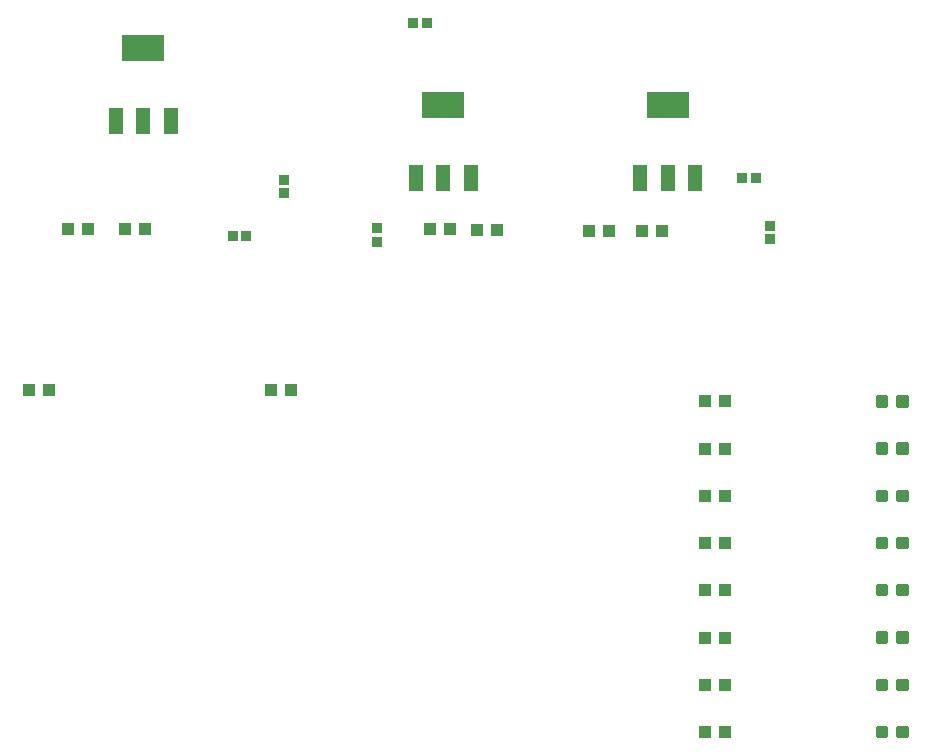
<source format=gtp>
G04 EAGLE Gerber RS-274X export*
G75*
%MOMM*%
%FSLAX34Y34*%
%LPD*%
%INSolderpaste Top*%
%IPPOS*%
%AMOC8*
5,1,8,0,0,1.08239X$1,22.5*%
G01*
%ADD10R,0.900000X0.850000*%
%ADD11R,0.850000X0.900000*%
%ADD12C,0.300000*%
%ADD13R,1.100000X1.000000*%
%ADD14R,1.219200X2.235200*%
%ADD15R,3.600000X2.200000*%


D10*
X285000Y727800D03*
X285000Y716200D03*
X363600Y675200D03*
X363600Y686800D03*
D11*
X241700Y680000D03*
X253300Y680000D03*
D10*
X696400Y688800D03*
X696400Y677200D03*
D11*
X673200Y729000D03*
X684800Y729000D03*
X394200Y860000D03*
X405800Y860000D03*
D12*
X805270Y263500D02*
X805270Y256500D01*
X805270Y263500D02*
X812270Y263500D01*
X812270Y256500D01*
X805270Y256500D01*
X805270Y259350D02*
X812270Y259350D01*
X812270Y262200D02*
X805270Y262200D01*
X787730Y263500D02*
X787730Y256500D01*
X787730Y263500D02*
X794730Y263500D01*
X794730Y256500D01*
X787730Y256500D01*
X787730Y259350D02*
X794730Y259350D01*
X794730Y262200D02*
X787730Y262200D01*
X805270Y296500D02*
X805270Y303500D01*
X812270Y303500D01*
X812270Y296500D01*
X805270Y296500D01*
X805270Y299350D02*
X812270Y299350D01*
X812270Y302200D02*
X805270Y302200D01*
X787730Y303500D02*
X787730Y296500D01*
X787730Y303500D02*
X794730Y303500D01*
X794730Y296500D01*
X787730Y296500D01*
X787730Y299350D02*
X794730Y299350D01*
X794730Y302200D02*
X787730Y302200D01*
X805270Y336500D02*
X805270Y343500D01*
X812270Y343500D01*
X812270Y336500D01*
X805270Y336500D01*
X805270Y339350D02*
X812270Y339350D01*
X812270Y342200D02*
X805270Y342200D01*
X787730Y343500D02*
X787730Y336500D01*
X787730Y343500D02*
X794730Y343500D01*
X794730Y336500D01*
X787730Y336500D01*
X787730Y339350D02*
X794730Y339350D01*
X794730Y342200D02*
X787730Y342200D01*
X805270Y376500D02*
X805270Y383500D01*
X812270Y383500D01*
X812270Y376500D01*
X805270Y376500D01*
X805270Y379350D02*
X812270Y379350D01*
X812270Y382200D02*
X805270Y382200D01*
X787730Y383500D02*
X787730Y376500D01*
X787730Y383500D02*
X794730Y383500D01*
X794730Y376500D01*
X787730Y376500D01*
X787730Y379350D02*
X794730Y379350D01*
X794730Y382200D02*
X787730Y382200D01*
X805270Y416500D02*
X805270Y423500D01*
X812270Y423500D01*
X812270Y416500D01*
X805270Y416500D01*
X805270Y419350D02*
X812270Y419350D01*
X812270Y422200D02*
X805270Y422200D01*
X787730Y423500D02*
X787730Y416500D01*
X787730Y423500D02*
X794730Y423500D01*
X794730Y416500D01*
X787730Y416500D01*
X787730Y419350D02*
X794730Y419350D01*
X794730Y422200D02*
X787730Y422200D01*
X805270Y456500D02*
X805270Y463500D01*
X812270Y463500D01*
X812270Y456500D01*
X805270Y456500D01*
X805270Y459350D02*
X812270Y459350D01*
X812270Y462200D02*
X805270Y462200D01*
X787730Y463500D02*
X787730Y456500D01*
X787730Y463500D02*
X794730Y463500D01*
X794730Y456500D01*
X787730Y456500D01*
X787730Y459350D02*
X794730Y459350D01*
X794730Y462200D02*
X787730Y462200D01*
X805270Y496500D02*
X805270Y503500D01*
X812270Y503500D01*
X812270Y496500D01*
X805270Y496500D01*
X805270Y499350D02*
X812270Y499350D01*
X812270Y502200D02*
X805270Y502200D01*
X787730Y503500D02*
X787730Y496500D01*
X787730Y503500D02*
X794730Y503500D01*
X794730Y496500D01*
X787730Y496500D01*
X787730Y499350D02*
X794730Y499350D01*
X794730Y502200D02*
X787730Y502200D01*
X805270Y536500D02*
X805270Y543500D01*
X812270Y543500D01*
X812270Y536500D01*
X805270Y536500D01*
X805270Y539350D02*
X812270Y539350D01*
X812270Y542200D02*
X805270Y542200D01*
X787730Y543500D02*
X787730Y536500D01*
X787730Y543500D02*
X794730Y543500D01*
X794730Y536500D01*
X787730Y536500D01*
X787730Y539350D02*
X794730Y539350D01*
X794730Y542200D02*
X787730Y542200D01*
D13*
X641500Y300000D03*
X658500Y300000D03*
X641500Y260000D03*
X658500Y260000D03*
X448800Y685000D03*
X465800Y685000D03*
X68900Y550000D03*
X85900Y550000D03*
X408700Y686000D03*
X425700Y686000D03*
X150600Y686000D03*
X167600Y686000D03*
X102500Y686000D03*
X119500Y686000D03*
X588400Y684000D03*
X605400Y684000D03*
X543300Y684000D03*
X560300Y684000D03*
X273800Y550000D03*
X290800Y550000D03*
X641500Y540000D03*
X658500Y540000D03*
X641500Y500000D03*
X658500Y500000D03*
X641500Y460000D03*
X658500Y460000D03*
X641500Y420000D03*
X658500Y420000D03*
X641500Y380000D03*
X658500Y380000D03*
X641500Y340000D03*
X658500Y340000D03*
D14*
X396886Y729012D03*
X420000Y729012D03*
X443114Y729012D03*
D15*
X420000Y790990D03*
D14*
X142886Y777012D03*
X166000Y777012D03*
X189114Y777012D03*
D15*
X166000Y838990D03*
D14*
X586886Y729012D03*
X610000Y729012D03*
X633114Y729012D03*
D15*
X610000Y790990D03*
M02*

</source>
